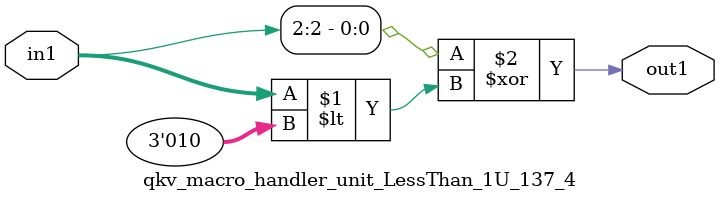
<source format=v>

`timescale 1ps / 1ps


module qkv_macro_handler_unit_LessThan_1U_137_4( in1, out1 );

    input [2:0] in1;
    output out1;

    
    // rtl_process:qkv_macro_handler_unit_LessThan_1U_137_4/qkv_macro_handler_unit_LessThan_1U_137_4_thread_1
    assign out1 = (in1[2] ^ in1 < 3'd2);

endmodule


</source>
